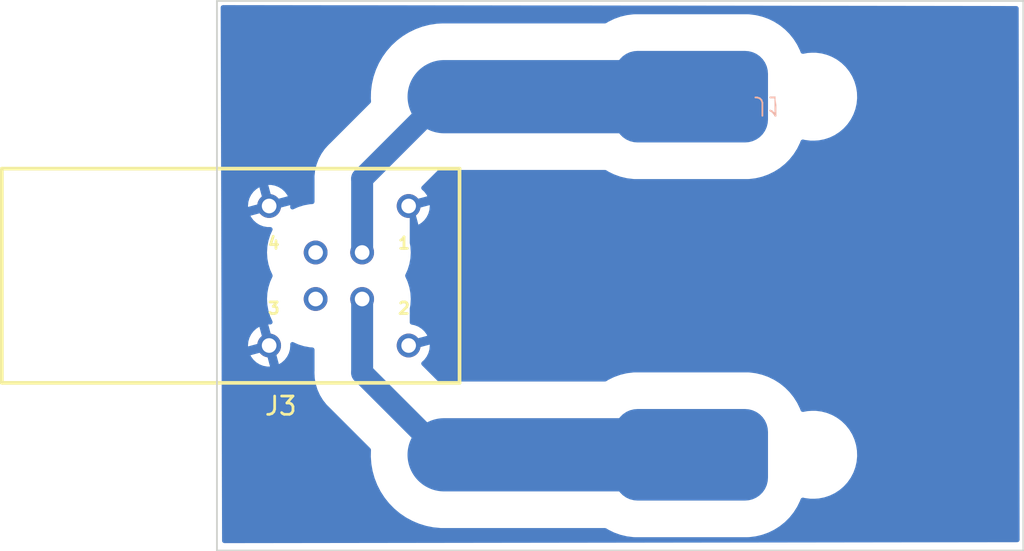
<source format=kicad_pcb>
(kicad_pcb (version 20221018) (generator pcbnew)
  (layers (0 "F.Cu" signal) (31 "B.Cu" signal) (34 "B.Paste" user) (35 "F.Paste" user) (36 "B.SilkS" user "B.Silkscreen") (37 "F.SilkS" user "F.Silkscreen") (38 "B.Mask" user) (39 "F.Mask" user) (44 "Edge.Cuts" user))
  (net 0 "")
  (net 1 "Net-(J1-Pin_1)")
  (net 4 "Net-(J1-Pin_2)")
  (net 5 "GND")
  (footprint "Library:EPG.0B.302.HLN" (layer "F.Cu") (at 123.5 101.3714 180)
    (fp_text reference "J3" (at 3.175 -7.115) (layer "F.SilkS"))
    (fp_text value "LEMO4")
    (fp_text user "2" (at -3.556 -1.778) (layer "F.SilkS") (effects (font (size 0.629921 0.629921))))
    (fp_text user "1" (at -3.556 1.778) (layer "F.SilkS") (effects (font (size 0.629921 0.629921))))
    (fp_text user "4" (at 3.556 1.778) (layer "F.SilkS") (effects (font (size 0.629921 0.629921))))
    (fp_text user "3" (at 3.556 -1.778) (layer "F.SilkS") (effects (font (size 0.629921 0.629921))))
    (fp_line (start -6.59 -5.85) (end -6.59 5.85) (stroke (width 0.2)) (layer "F.SilkS"))
    (fp_line (start -6.59 -5.85) (end 18.41 -5.85) (stroke (width 0.2)) (layer "F.SilkS"))
    (fp_line (start -6.59 5.85) (end 18.41 5.85) (stroke (width 0.2)) (layer "F.SilkS"))
    (fp_line (start 18.41 -5.85) (end 18.41 5.85) (stroke (width 0.2)) (layer "F.SilkS"))
    (pad "1" thru_hole circle (at -1.27 1.27 60) (size 1.3 1.3) (drill 0.8) (layers "*.Cu" "*.Mask") (net 1 "Net-(J1-Pin_1)"))
    (pad "2" thru_hole circle (at -1.27 -1.27 60) (size 1.3 1.3) (drill 0.8) (layers "*.Cu" "*.Mask") (net 4 "Net-(J1-Pin_2)"))
    (pad "3" thru_hole circle (at 1.27 -1.27 60) (size 1.3 1.3) (drill 0.8) (layers "*.Cu" "*.Mask"))
    (pad "4" thru_hole circle (at 1.27 1.27 60) (size 1.3 1.3) (drill 0.8) (layers "*.Cu" "*.Mask"))
    (pad "5" thru_hole circle (at -3.81 3.81 60) (size 1.3 1.3) (drill 0.8) (layers "*.Cu" "*.Mask") (net 5 "GND"))
    (pad "6" thru_hole circle (at 3.81 3.81 60) (size 1.3 1.3) (drill 0.8) (layers "*.Cu" "*.Mask") (net 5 "GND"))
    (pad "7" thru_hole circle (at 3.81 -3.81 60) (size 1.3 1.3) (drill 0.8) (layers "*.Cu" "*.Mask") (net 5 "GND"))
    (pad "8" thru_hole circle (at -3.81 -3.81 60) (size 1.3 1.3) (drill 0.8) (layers "*.Cu" "*.Mask") (net 5 "GND"))
  )
  (footprint "Library:con2_adaptador_banana" (layer "B.Cu") (at 146.9644 91.5904)
    (fp_text reference "J1" (at 0 0.5 180 unlocked) (layer "B.SilkS") (effects (font (thickness 0.1)) (justify mirror)))
    (fp_text value "Conn_01x02_Pin")
    (pad "" np_thru_hole circle (at 2.4384 0) (size 4.1 4.1) (drill 4.3) (layers "F&B.Cu" "*.Mask"))
    (pad "" np_thru_hole circle (at 2.4384 19.56) (size 4.1 4.1) (drill 4.3) (layers "F&B.Cu" "*.Mask"))
    (pad "1" smd roundrect (at -4.2164 0) (size 8.38 5) (layers "B.Cu" "B.Paste" "B.Mask") (net 1 "Net-(J1-Pin_1)"))
    (pad "2" smd roundrect (at -4.2164 19.56) (size 8.38 5) (layers "B.Cu" "B.Paste" "B.Mask") (net 4 "Net-(J1-Pin_2)"))
  )
  (gr_line (start 160.8836 116.3828) (end 116.84 116.3828) (stroke (width 0.1)) (layer "Edge.Cuts"))
  (gr_line (start 116.84 116.3828) (end 116.84 86.36) (stroke (width 0.1)) (layer "Edge.Cuts"))
  (gr_line (start 116.84 86.36) (end 160.8836 86.36) (stroke (width 0.1)) (layer "Edge.Cuts"))
  (gr_line (start 160.8836 86.36) (end 160.8836 116.3828) (stroke (width 0.1)) (layer "Edge.Cuts"))
  (segment (start 124.77 96.070891) (end 129.250491 91.5904) (width 1.2) (layer "B.Cu") (net 1))
  (segment (start 124.77 100.1014) (end 124.77 96.070891) (width 1.2) (layer "B.Cu") (net 1))
  (segment (start 142.748 91.5904) (end 129.250491 91.5904) (width 4) (layer "B.Cu") (net 1))
  (segment (start 124.77 102.6414) (end 124.77 106.671909) (width 1.2) (layer "B.Cu") (net 4))
  (segment (start 142.748 111.1504) (end 129.248491 111.1504) (width 4) (layer "B.Cu") (net 4))
  (segment (start 124.77 106.671909) (end 129.248491 111.1504) (width 1.2) (layer "B.Cu") (net 4))
  (zone (net 5) (net_name "GND") (layer "B.Cu") (connect_pads (clearance 2)) (min_thickness 0.25) (fill yes (thermal_gap 0.5) (thermal_bridge_width 0.5) (island_removal_mode 1) (island_area_min 10))
    (polygon (pts (xy 117.0432 86.5886) (xy 160.6296 86.6394) (xy 160.6804 115.9256) (xy 117.1194 115.9764)))
  )
)
</source>
